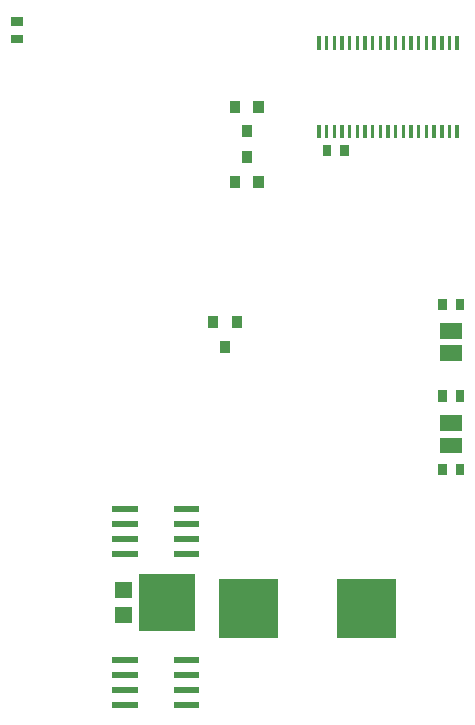
<source format=gbr>
G04 start of page 10 for group -4015 idx -4015 *
G04 Title: (unknown), toppaste *
G04 Creator: pcb 20110918 *
G04 CreationDate: Thu 16 Aug 2012 15:00:27 GMT UTC *
G04 For: rob *
G04 Format: Gerber/RS-274X *
G04 PCB-Dimensions: 165354 236220 *
G04 PCB-Coordinate-Origin: lower left *
%MOIN*%
%FSLAX25Y25*%
%LNTOPPASTE*%
%ADD120R,0.0340X0.0340*%
%ADD119R,0.0118X0.0118*%
%ADD118R,0.0283X0.0283*%
%ADD117R,0.0200X0.0200*%
%ADD116R,0.0510X0.0510*%
%ADD115C,0.0001*%
G54D115*G36*
X73189Y46377D02*Y26692D01*
X92874D01*
Y46377D01*
X73189D01*
G37*
G36*
X112559D02*Y26692D01*
X132244D01*
Y46377D01*
X112559D01*
G37*
G54D116*X149591Y98187D02*X151591D01*
X149591Y90787D02*X151591D01*
G54D117*X38665Y69507D02*X45165D01*
X38665Y64507D02*X45165D01*
X38665Y59507D02*X45165D01*
X38665Y54507D02*X45165D01*
X59165D02*X65665D01*
X59165Y59507D02*X65665D01*
X59165Y64507D02*X65665D01*
X59165Y69507D02*X65665D01*
G54D116*X149591Y128936D02*X151591D01*
X149591Y121536D02*X151591D01*
G54D118*X153508Y107767D02*Y106799D01*
X147674Y107767D02*Y106799D01*
X115086Y189460D02*Y188492D01*
X109252Y189460D02*Y188492D01*
G54D119*X106537Y197027D02*Y193681D01*
X109096Y197027D02*Y193681D01*
X111655Y197027D02*Y193681D01*
X114214Y197027D02*Y193681D01*
X116773Y197027D02*Y193681D01*
X119332Y197027D02*Y193681D01*
X121891Y197027D02*Y193681D01*
X124450Y197027D02*Y193681D01*
X127009Y197027D02*Y193681D01*
X129568Y197027D02*Y193681D01*
X132127Y197027D02*Y193681D01*
X134686Y197027D02*Y193681D01*
X137245Y197027D02*Y193681D01*
X139804Y197027D02*Y193681D01*
X142363Y197027D02*Y193681D01*
X144922Y197027D02*Y193681D01*
X147481Y197027D02*Y193681D01*
X150040Y197027D02*Y193681D01*
X152599Y197027D02*Y193681D01*
Y226555D02*Y223209D01*
X150040Y226555D02*Y223209D01*
X147481Y226555D02*Y223209D01*
X144922Y226555D02*Y223209D01*
X142363Y226555D02*Y223209D01*
X139804Y226555D02*Y223209D01*
X137245Y226555D02*Y223209D01*
X134686Y226555D02*Y223209D01*
X132127Y226555D02*Y223209D01*
X129568Y226555D02*Y223209D01*
X127009Y226555D02*Y223209D01*
X124450Y226555D02*Y223209D01*
X121891Y226555D02*Y223209D01*
X119332Y226555D02*Y223209D01*
X116773Y226555D02*Y223209D01*
X114214Y226555D02*Y223209D01*
X111655Y226555D02*Y223209D01*
X109096Y226555D02*Y223209D01*
X106537Y226555D02*Y223209D01*
G54D115*G36*
X38583Y45235D02*Y39723D01*
X44095D01*
Y45235D01*
X38583D01*
G37*
G36*
Y37047D02*Y31535D01*
X44095D01*
Y37047D01*
X38583D01*
G37*
G36*
X46457Y47834D02*Y28936D01*
X65355D01*
Y47834D01*
X46457D01*
G37*
G54D117*X59165Y4311D02*X65665D01*
X59165Y9311D02*X65665D01*
X59165Y14311D02*X65665D01*
X59165Y19311D02*X65665D01*
X38665D02*X45165D01*
X38665Y14311D02*X45165D01*
X38665Y9311D02*X45165D01*
X38665Y4311D02*X45165D01*
G54D118*X5422Y232050D02*X6390D01*
X5422Y226216D02*X6390D01*
X147674Y83161D02*Y82193D01*
X153508Y83161D02*Y82193D01*
G54D120*X79133Y132190D02*Y131590D01*
X71333Y132190D02*Y131590D01*
X75233Y123990D02*Y123390D01*
X86380Y203972D02*Y203372D01*
X78580Y203972D02*Y203372D01*
X82480Y195772D02*Y195172D01*
X78580Y178911D02*Y178311D01*
X86380Y178911D02*Y178311D01*
X82480Y187111D02*Y186511D01*
G54D118*X153508Y138279D02*Y137311D01*
X147674Y138279D02*Y137311D01*
M02*

</source>
